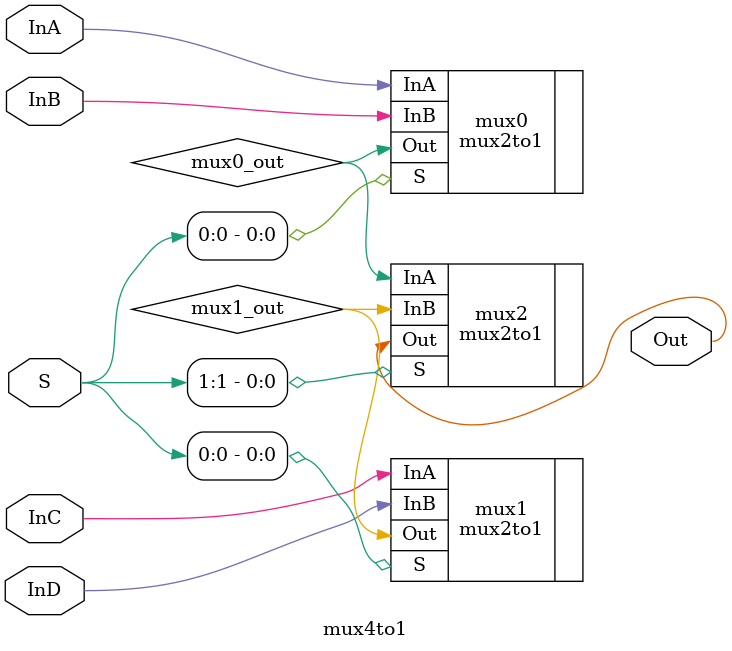
<source format=v>

module mux4to1(InA, InB, InC, InD, S, Out);
	input InA, InB, InC, InD;
	input [1:0] S;
	output Out;
	
	wire mux0_out, mux1_out;
	
	mux2to1 mux0(.InA(InA),      .InB(InB),      .S(S[0]), .Out(mux0_out));
	mux2to1 mux1(.InA(InC),      .InB(InD),      .S(S[0]), .Out(mux1_out));
	mux2to1 mux2(.InA(mux0_out), .InB(mux1_out), .S(S[1]), .Out(Out));

endmodule
</source>
